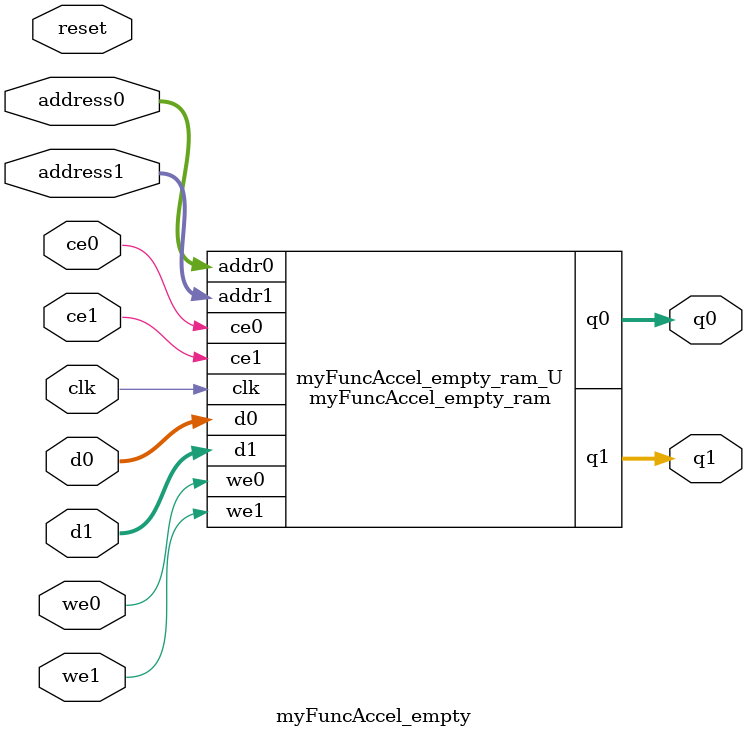
<source format=v>
`timescale 1 ns / 1 ps
module myFuncAccel_empty_ram (addr0, ce0, d0, we0, q0, addr1, ce1, d1, we1, q1,  clk);

parameter DWIDTH = 32;
parameter AWIDTH = 8;
parameter MEM_SIZE = 256;

input[AWIDTH-1:0] addr0;
input ce0;
input[DWIDTH-1:0] d0;
input we0;
output reg[DWIDTH-1:0] q0;
input[AWIDTH-1:0] addr1;
input ce1;
input[DWIDTH-1:0] d1;
input we1;
output reg[DWIDTH-1:0] q1;
input clk;

(* ram_style = "block" *)reg [DWIDTH-1:0] ram[0:MEM_SIZE-1];




always @(posedge clk)  
begin 
    if (ce0) 
    begin
        if (we0) 
        begin 
            ram[addr0] <= d0; 
        end 
        q0 <= ram[addr0];
    end
end


always @(posedge clk)  
begin 
    if (ce1) 
    begin
        if (we1) 
        begin 
            ram[addr1] <= d1; 
        end 
        q1 <= ram[addr1];
    end
end


endmodule

`timescale 1 ns / 1 ps
module myFuncAccel_empty(
    reset,
    clk,
    address0,
    ce0,
    we0,
    d0,
    q0,
    address1,
    ce1,
    we1,
    d1,
    q1);

parameter DataWidth = 32'd32;
parameter AddressRange = 32'd256;
parameter AddressWidth = 32'd8;
input reset;
input clk;
input[AddressWidth - 1:0] address0;
input ce0;
input we0;
input[DataWidth - 1:0] d0;
output[DataWidth - 1:0] q0;
input[AddressWidth - 1:0] address1;
input ce1;
input we1;
input[DataWidth - 1:0] d1;
output[DataWidth - 1:0] q1;



myFuncAccel_empty_ram myFuncAccel_empty_ram_U(
    .clk( clk ),
    .addr0( address0 ),
    .ce0( ce0 ),
    .we0( we0 ),
    .d0( d0 ),
    .q0( q0 ),
    .addr1( address1 ),
    .ce1( ce1 ),
    .we1( we1 ),
    .d1( d1 ),
    .q1( q1 ));

endmodule


</source>
